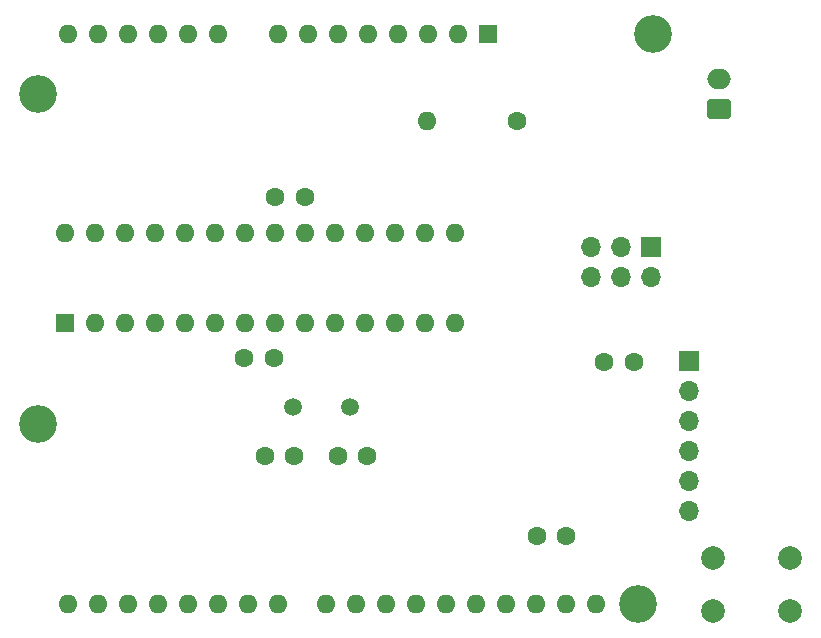
<source format=gbr>
%TF.GenerationSoftware,KiCad,Pcbnew,(6.0.6)*%
%TF.CreationDate,2023-01-27T10:57:58-08:00*%
%TF.ProjectId,AS-MULTI-UNO-11,41532d4d-554c-4544-992d-554e4f2d3131,rev?*%
%TF.SameCoordinates,Original*%
%TF.FileFunction,Soldermask,Bot*%
%TF.FilePolarity,Negative*%
%FSLAX46Y46*%
G04 Gerber Fmt 4.6, Leading zero omitted, Abs format (unit mm)*
G04 Created by KiCad (PCBNEW (6.0.6)) date 2023-01-27 10:57:58*
%MOMM*%
%LPD*%
G01*
G04 APERTURE LIST*
G04 Aperture macros list*
%AMRoundRect*
0 Rectangle with rounded corners*
0 $1 Rounding radius*
0 $2 $3 $4 $5 $6 $7 $8 $9 X,Y pos of 4 corners*
0 Add a 4 corners polygon primitive as box body*
4,1,4,$2,$3,$4,$5,$6,$7,$8,$9,$2,$3,0*
0 Add four circle primitives for the rounded corners*
1,1,$1+$1,$2,$3*
1,1,$1+$1,$4,$5*
1,1,$1+$1,$6,$7*
1,1,$1+$1,$8,$9*
0 Add four rect primitives between the rounded corners*
20,1,$1+$1,$2,$3,$4,$5,0*
20,1,$1+$1,$4,$5,$6,$7,0*
20,1,$1+$1,$6,$7,$8,$9,0*
20,1,$1+$1,$8,$9,$2,$3,0*%
G04 Aperture macros list end*
%ADD10RoundRect,0.250000X0.750000X-0.600000X0.750000X0.600000X-0.750000X0.600000X-0.750000X-0.600000X0*%
%ADD11O,2.000000X1.700000*%
%ADD12C,1.600000*%
%ADD13R,1.600000X1.600000*%
%ADD14O,1.600000X1.600000*%
%ADD15R,1.700000X1.700000*%
%ADD16O,1.700000X1.700000*%
%ADD17C,2.000000*%
%ADD18C,1.500000*%
%ADD19C,3.200000*%
G04 APERTURE END LIST*
D10*
%TO.C,J2*%
X137337800Y-73177400D03*
D11*
X137337800Y-70677400D03*
%TD*%
D12*
%TO.C,C4*%
X97149600Y-94259400D03*
X99649600Y-94259400D03*
%TD*%
%TO.C,C2*%
X105054400Y-102616000D03*
X107554400Y-102616000D03*
%TD*%
%TO.C,C3*%
X102265800Y-80619600D03*
X99765800Y-80619600D03*
%TD*%
%TO.C,C5*%
X121889200Y-109321600D03*
X124389200Y-109321600D03*
%TD*%
D13*
%TO.C,U1*%
X81940400Y-91313000D03*
D14*
X84480400Y-91313000D03*
X87020400Y-91313000D03*
X89560400Y-91313000D03*
X92100400Y-91313000D03*
X94640400Y-91313000D03*
X97180400Y-91313000D03*
X99720400Y-91313000D03*
X102260400Y-91313000D03*
X104800400Y-91313000D03*
X107340400Y-91313000D03*
X109880400Y-91313000D03*
X112420400Y-91313000D03*
X114960400Y-91313000D03*
X114960400Y-83693000D03*
X112420400Y-83693000D03*
X109880400Y-83693000D03*
X107340400Y-83693000D03*
X104800400Y-83693000D03*
X102260400Y-83693000D03*
X99720400Y-83693000D03*
X97180400Y-83693000D03*
X94640400Y-83693000D03*
X92100400Y-83693000D03*
X89560400Y-83693000D03*
X87020400Y-83693000D03*
X84480400Y-83693000D03*
X81940400Y-83693000D03*
%TD*%
D15*
%TO.C,J1*%
X131531600Y-84856400D03*
D16*
X131531600Y-87396400D03*
X128991600Y-84856400D03*
X128991600Y-87396400D03*
X126451600Y-84856400D03*
X126451600Y-87396400D03*
%TD*%
D17*
%TO.C,SW1*%
X143331000Y-111186400D03*
X136831000Y-111186400D03*
X143331000Y-115686400D03*
X136831000Y-115686400D03*
%TD*%
D12*
%TO.C,R1*%
X120243600Y-74218800D03*
D14*
X112623600Y-74218800D03*
%TD*%
D18*
%TO.C,Y1*%
X101244400Y-98425000D03*
X106124400Y-98425000D03*
%TD*%
D12*
%TO.C,C6*%
X130124200Y-94640400D03*
X127624200Y-94640400D03*
%TD*%
D15*
%TO.C,J3*%
X134766200Y-94513400D03*
D16*
X134766200Y-97053400D03*
X134766200Y-99593400D03*
X134766200Y-102133400D03*
X134766200Y-104673400D03*
X134766200Y-107213400D03*
%TD*%
D12*
%TO.C,C1*%
X101376800Y-102590600D03*
X98876800Y-102590600D03*
%TD*%
D19*
%TO.C,A1*%
X131775200Y-66852800D03*
X79705200Y-99872800D03*
X79705200Y-71932800D03*
X130505200Y-115112800D03*
D13*
X117805200Y-66852800D03*
D14*
X115265200Y-66852800D03*
X112725200Y-66852800D03*
X110185200Y-66852800D03*
X107645200Y-66852800D03*
X105105200Y-66852800D03*
X102565200Y-66852800D03*
X100025200Y-66852800D03*
X94945200Y-66852800D03*
X92405200Y-66852800D03*
X89865200Y-66852800D03*
X87325200Y-66852800D03*
X84785200Y-66852800D03*
X82245200Y-66852800D03*
X82245200Y-115112800D03*
X84785200Y-115112800D03*
X87325200Y-115112800D03*
X89865200Y-115112800D03*
X92405200Y-115112800D03*
X94945200Y-115112800D03*
X97485200Y-115112800D03*
X100025200Y-115112800D03*
X104085200Y-115112800D03*
X106625200Y-115112800D03*
X109165200Y-115112800D03*
X111705200Y-115112800D03*
X114245200Y-115112800D03*
X116785200Y-115112800D03*
X119325200Y-115112800D03*
X121865200Y-115112800D03*
X124405200Y-115112800D03*
X126945200Y-115112800D03*
%TD*%
M02*

</source>
